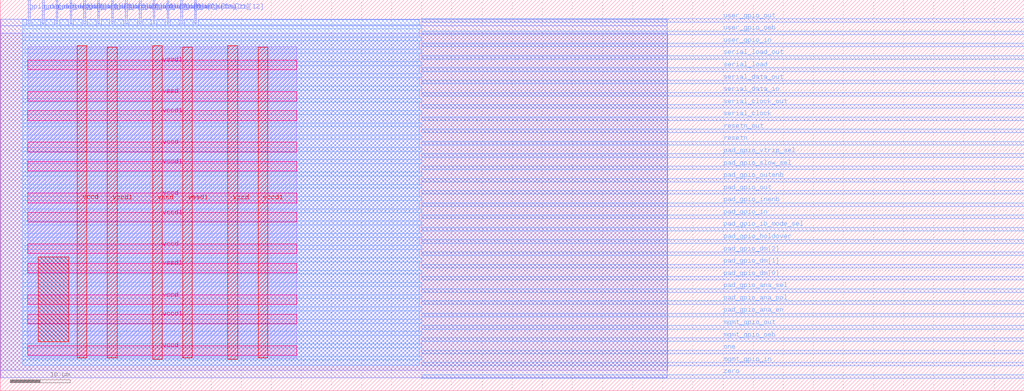
<source format=lef>
VERSION 5.7 ;
  NOWIREEXTENSIONATPIN ON ;
  DIVIDERCHAR "/" ;
  BUSBITCHARS "[]" ;
MACRO gpio_control_block
  CLASS BLOCK ;
  FOREIGN gpio_control_block ;
  ORIGIN 0.000 0.000 ;
  SIZE 170.000 BY 65.000 ;
  PIN gpio_defaults[0]
    DIRECTION INPUT ;
    USE SIGNAL ;
    PORT
      LAYER met2 ;
        RECT 4.690 61.000 4.970 65.000 ;
    END
  END gpio_defaults[0]
  PIN gpio_defaults[10]
    DIRECTION INPUT ;
    USE SIGNAL ;
    PORT
      LAYER met2 ;
        RECT 27.690 61.000 27.970 65.000 ;
    END
  END gpio_defaults[10]
  PIN gpio_defaults[11]
    DIRECTION INPUT ;
    USE SIGNAL ;
    PORT
      LAYER met2 ;
        RECT 29.990 61.000 30.270 65.000 ;
    END
  END gpio_defaults[11]
  PIN gpio_defaults[12]
    DIRECTION INPUT ;
    USE SIGNAL ;
    PORT
      LAYER met2 ;
        RECT 32.290 61.000 32.570 65.000 ;
    END
  END gpio_defaults[12]
  PIN gpio_defaults[1]
    DIRECTION INPUT ;
    USE SIGNAL ;
    PORT
      LAYER met2 ;
        RECT 6.990 61.000 7.270 65.000 ;
    END
  END gpio_defaults[1]
  PIN gpio_defaults[2]
    DIRECTION INPUT ;
    USE SIGNAL ;
    PORT
      LAYER met2 ;
        RECT 9.290 61.000 9.570 65.000 ;
    END
  END gpio_defaults[2]
  PIN gpio_defaults[3]
    DIRECTION INPUT ;
    USE SIGNAL ;
    PORT
      LAYER met2 ;
        RECT 11.590 61.000 11.870 65.000 ;
    END
  END gpio_defaults[3]
  PIN gpio_defaults[4]
    DIRECTION INPUT ;
    USE SIGNAL ;
    PORT
      LAYER met2 ;
        RECT 13.890 61.000 14.170 65.000 ;
    END
  END gpio_defaults[4]
  PIN gpio_defaults[5]
    DIRECTION INPUT ;
    USE SIGNAL ;
    PORT
      LAYER met2 ;
        RECT 16.190 61.000 16.470 65.000 ;
    END
  END gpio_defaults[5]
  PIN gpio_defaults[6]
    DIRECTION INPUT ;
    USE SIGNAL ;
    PORT
      LAYER met2 ;
        RECT 18.490 61.000 18.770 65.000 ;
    END
  END gpio_defaults[6]
  PIN gpio_defaults[7]
    DIRECTION INPUT ;
    USE SIGNAL ;
    PORT
      LAYER met2 ;
        RECT 20.790 61.000 21.070 65.000 ;
    END
  END gpio_defaults[7]
  PIN gpio_defaults[8]
    DIRECTION INPUT ;
    USE SIGNAL ;
    PORT
      LAYER met2 ;
        RECT 23.090 61.000 23.370 65.000 ;
    END
  END gpio_defaults[8]
  PIN gpio_defaults[9]
    DIRECTION INPUT ;
    USE SIGNAL ;
    PORT
      LAYER met2 ;
        RECT 25.390 61.000 25.670 65.000 ;
    END
  END gpio_defaults[9]
  PIN mgmt_gpio_in
    DIRECTION OUTPUT TRISTATE ;
    USE SIGNAL ;
    PORT
      LAYER met3 ;
        RECT 70.000 4.120 170.000 4.720 ;
    END
  END mgmt_gpio_in
  PIN mgmt_gpio_oeb
    DIRECTION INPUT ;
    USE SIGNAL ;
    PORT
      LAYER met3 ;
        RECT 70.000 8.200 170.000 8.800 ;
    END
  END mgmt_gpio_oeb
  PIN mgmt_gpio_out
    DIRECTION INPUT ;
    USE SIGNAL ;
    PORT
      LAYER met3 ;
        RECT 70.000 10.240 170.000 10.840 ;
    END
  END mgmt_gpio_out
  PIN one
    DIRECTION OUTPUT TRISTATE ;
    USE SIGNAL ;
    PORT
      LAYER met3 ;
        RECT 70.000 6.160 170.000 6.760 ;
    END
  END one
  PIN pad_gpio_ana_en
    DIRECTION OUTPUT TRISTATE ;
    USE SIGNAL ;
    PORT
      LAYER met3 ;
        RECT 70.000 12.280 170.000 12.880 ;
    END
  END pad_gpio_ana_en
  PIN pad_gpio_ana_pol
    DIRECTION OUTPUT TRISTATE ;
    USE SIGNAL ;
    PORT
      LAYER met3 ;
        RECT 70.000 14.320 170.000 14.920 ;
    END
  END pad_gpio_ana_pol
  PIN pad_gpio_ana_sel
    DIRECTION OUTPUT TRISTATE ;
    USE SIGNAL ;
    PORT
      LAYER met3 ;
        RECT 70.000 16.360 170.000 16.960 ;
    END
  END pad_gpio_ana_sel
  PIN pad_gpio_dm[0]
    DIRECTION OUTPUT TRISTATE ;
    USE SIGNAL ;
    PORT
      LAYER met3 ;
        RECT 70.000 18.400 170.000 19.000 ;
    END
  END pad_gpio_dm[0]
  PIN pad_gpio_dm[1]
    DIRECTION OUTPUT TRISTATE ;
    USE SIGNAL ;
    PORT
      LAYER met3 ;
        RECT 70.000 20.440 170.000 21.040 ;
    END
  END pad_gpio_dm[1]
  PIN pad_gpio_dm[2]
    DIRECTION OUTPUT TRISTATE ;
    USE SIGNAL ;
    PORT
      LAYER met3 ;
        RECT 70.000 22.480 170.000 23.080 ;
    END
  END pad_gpio_dm[2]
  PIN pad_gpio_holdover
    DIRECTION OUTPUT TRISTATE ;
    USE SIGNAL ;
    PORT
      LAYER met3 ;
        RECT 70.000 24.520 170.000 25.120 ;
    END
  END pad_gpio_holdover
  PIN pad_gpio_ib_mode_sel
    DIRECTION OUTPUT TRISTATE ;
    USE SIGNAL ;
    PORT
      LAYER met3 ;
        RECT 70.000 26.560 170.000 27.160 ;
    END
  END pad_gpio_ib_mode_sel
  PIN pad_gpio_in
    DIRECTION INPUT ;
    USE SIGNAL ;
    PORT
      LAYER met3 ;
        RECT 70.000 28.600 170.000 29.200 ;
    END
  END pad_gpio_in
  PIN pad_gpio_inenb
    DIRECTION OUTPUT TRISTATE ;
    USE SIGNAL ;
    PORT
      LAYER met3 ;
        RECT 70.000 30.640 170.000 31.240 ;
    END
  END pad_gpio_inenb
  PIN pad_gpio_out
    DIRECTION OUTPUT TRISTATE ;
    USE SIGNAL ;
    PORT
      LAYER met3 ;
        RECT 70.000 32.680 170.000 33.280 ;
    END
  END pad_gpio_out
  PIN pad_gpio_outenb
    DIRECTION OUTPUT TRISTATE ;
    USE SIGNAL ;
    PORT
      LAYER met3 ;
        RECT 70.000 34.720 170.000 35.320 ;
    END
  END pad_gpio_outenb
  PIN pad_gpio_slow_sel
    DIRECTION OUTPUT TRISTATE ;
    USE SIGNAL ;
    PORT
      LAYER met3 ;
        RECT 70.000 36.760 170.000 37.360 ;
    END
  END pad_gpio_slow_sel
  PIN pad_gpio_vtrip_sel
    DIRECTION OUTPUT TRISTATE ;
    USE SIGNAL ;
    PORT
      LAYER met3 ;
        RECT 70.000 38.800 170.000 39.400 ;
    END
  END pad_gpio_vtrip_sel
  PIN resetn
    DIRECTION INPUT ;
    USE SIGNAL ;
    PORT
      LAYER met3 ;
        RECT 70.000 40.840 170.000 41.440 ;
    END
  END resetn
  PIN resetn_out
    DIRECTION OUTPUT TRISTATE ;
    USE SIGNAL ;
    PORT
      LAYER met3 ;
        RECT 70.000 42.880 170.000 43.480 ;
    END
  END resetn_out
  PIN serial_clock
    DIRECTION INPUT ;
    USE SIGNAL ;
    PORT
      LAYER met3 ;
        RECT 70.000 44.920 170.000 45.520 ;
    END
  END serial_clock
  PIN serial_clock_out
    DIRECTION OUTPUT TRISTATE ;
    USE SIGNAL ;
    PORT
      LAYER met3 ;
        RECT 70.000 46.960 170.000 47.560 ;
    END
  END serial_clock_out
  PIN serial_data_in
    DIRECTION INPUT ;
    USE SIGNAL ;
    PORT
      LAYER met3 ;
        RECT 70.000 49.000 170.000 49.600 ;
    END
  END serial_data_in
  PIN serial_data_out
    DIRECTION OUTPUT TRISTATE ;
    USE SIGNAL ;
    PORT
      LAYER met3 ;
        RECT 70.000 51.040 170.000 51.640 ;
    END
  END serial_data_out
  PIN serial_load
    DIRECTION INPUT ;
    USE SIGNAL ;
    PORT
      LAYER met3 ;
        RECT 70.000 53.080 170.000 53.680 ;
    END
  END serial_load
  PIN serial_load_out
    DIRECTION OUTPUT TRISTATE ;
    USE SIGNAL ;
    PORT
      LAYER met3 ;
        RECT 70.000 55.120 170.000 55.720 ;
    END
  END serial_load_out
  PIN user_gpio_in
    DIRECTION OUTPUT TRISTATE ;
    USE SIGNAL ;
    PORT
      LAYER met3 ;
        RECT 70.000 57.160 170.000 57.760 ;
    END
  END user_gpio_in
  PIN user_gpio_oeb
    DIRECTION INPUT ;
    USE SIGNAL ;
    PORT
      LAYER met3 ;
        RECT 70.000 59.200 170.000 59.800 ;
    END
  END user_gpio_oeb
  PIN user_gpio_out
    DIRECTION INPUT ;
    USE SIGNAL ;
    PORT
      LAYER met3 ;
        RECT 70.000 61.240 170.000 61.840 ;
    END
  END user_gpio_out
  PIN vccd
    DIRECTION INPUT ;
    USE POWER ;
    PORT
      LAYER met5 ;
        RECT 4.600 5.900 49.220 7.500 ;
    END
    PORT
      LAYER met5 ;
        RECT 4.600 22.800 49.220 24.400 ;
    END
    PORT
      LAYER met5 ;
        RECT 4.600 39.700 49.220 41.300 ;
    END
    PORT
      LAYER met4 ;
        RECT 12.800 5.440 14.400 57.360 ;
    END
    PORT
      LAYER met4 ;
        RECT 37.800 5.200 39.400 57.360 ;
    END
  END vccd
  PIN vccd1
    DIRECTION INPUT ;
    USE POWER ;
    PORT
      LAYER met5 ;
        RECT 4.600 11.140 49.220 12.740 ;
    END
    PORT
      LAYER met5 ;
        RECT 4.600 28.040 49.220 29.640 ;
    END
    PORT
      LAYER met5 ;
        RECT 4.600 44.940 49.220 46.540 ;
    END
    PORT
      LAYER met4 ;
        RECT 17.800 5.440 19.400 57.120 ;
    END
    PORT
      LAYER met4 ;
        RECT 42.800 5.440 44.400 57.120 ;
    END
  END vccd1
  PIN vssd
    DIRECTION INPUT ;
    USE GROUND ;
    PORT
      LAYER met5 ;
        RECT 4.600 14.350 49.220 15.950 ;
    END
    PORT
      LAYER met5 ;
        RECT 4.600 31.250 49.220 32.850 ;
    END
    PORT
      LAYER met5 ;
        RECT 4.600 48.150 49.220 49.750 ;
    END
    PORT
      LAYER met4 ;
        RECT 25.300 5.200 26.900 57.360 ;
    END
  END vssd
  PIN vssd1
    DIRECTION INPUT ;
    USE GROUND ;
    PORT
      LAYER met5 ;
        RECT 4.600 19.590 49.220 21.190 ;
    END
    PORT
      LAYER met5 ;
        RECT 4.600 36.490 49.220 38.090 ;
    END
    PORT
      LAYER met5 ;
        RECT 4.600 53.390 49.220 54.990 ;
    END
    PORT
      LAYER met4 ;
        RECT 30.300 5.440 31.900 57.120 ;
    END
  END vssd1
  PIN zero
    DIRECTION OUTPUT TRISTATE ;
    USE SIGNAL ;
    PORT
      LAYER met3 ;
        RECT 70.000 2.080 170.000 2.680 ;
    END
  END zero
  OBS
      LAYER li1 ;
        RECT 4.600 5.355 49.220 57.205 ;
      LAYER met1 ;
        RECT 0.070 3.440 110.790 59.460 ;
      LAYER met2 ;
        RECT 0.100 60.720 4.410 61.725 ;
        RECT 5.250 60.720 6.710 61.725 ;
        RECT 7.550 60.720 9.010 61.725 ;
        RECT 9.850 60.720 11.310 61.725 ;
        RECT 12.150 60.720 13.610 61.725 ;
        RECT 14.450 60.720 15.910 61.725 ;
        RECT 16.750 60.720 18.210 61.725 ;
        RECT 19.050 60.720 20.510 61.725 ;
        RECT 21.350 60.720 22.810 61.725 ;
        RECT 23.650 60.720 25.110 61.725 ;
        RECT 25.950 60.720 27.410 61.725 ;
        RECT 28.250 60.720 29.710 61.725 ;
        RECT 30.550 60.720 32.010 61.725 ;
        RECT 32.850 60.720 110.770 61.725 ;
        RECT 0.100 2.195 110.770 60.720 ;
      LAYER met3 ;
        RECT 3.745 60.840 69.600 61.705 ;
        RECT 3.745 60.200 70.000 60.840 ;
        RECT 3.745 58.800 69.600 60.200 ;
        RECT 3.745 58.160 70.000 58.800 ;
        RECT 3.745 56.760 69.600 58.160 ;
        RECT 3.745 56.120 70.000 56.760 ;
        RECT 3.745 54.720 69.600 56.120 ;
        RECT 3.745 54.080 70.000 54.720 ;
        RECT 3.745 52.680 69.600 54.080 ;
        RECT 3.745 52.040 70.000 52.680 ;
        RECT 3.745 50.640 69.600 52.040 ;
        RECT 3.745 50.000 70.000 50.640 ;
        RECT 3.745 48.600 69.600 50.000 ;
        RECT 3.745 47.960 70.000 48.600 ;
        RECT 3.745 46.560 69.600 47.960 ;
        RECT 3.745 45.920 70.000 46.560 ;
        RECT 3.745 44.520 69.600 45.920 ;
        RECT 3.745 43.880 70.000 44.520 ;
        RECT 3.745 42.480 69.600 43.880 ;
        RECT 3.745 41.840 70.000 42.480 ;
        RECT 3.745 40.440 69.600 41.840 ;
        RECT 3.745 39.800 70.000 40.440 ;
        RECT 3.745 38.400 69.600 39.800 ;
        RECT 3.745 37.760 70.000 38.400 ;
        RECT 3.745 36.360 69.600 37.760 ;
        RECT 3.745 35.720 70.000 36.360 ;
        RECT 3.745 34.320 69.600 35.720 ;
        RECT 3.745 33.680 70.000 34.320 ;
        RECT 3.745 32.280 69.600 33.680 ;
        RECT 3.745 31.640 70.000 32.280 ;
        RECT 3.745 30.240 69.600 31.640 ;
        RECT 3.745 29.600 70.000 30.240 ;
        RECT 3.745 28.200 69.600 29.600 ;
        RECT 3.745 27.560 70.000 28.200 ;
        RECT 3.745 26.160 69.600 27.560 ;
        RECT 3.745 25.520 70.000 26.160 ;
        RECT 3.745 24.120 69.600 25.520 ;
        RECT 3.745 23.480 70.000 24.120 ;
        RECT 3.745 22.080 69.600 23.480 ;
        RECT 3.745 21.440 70.000 22.080 ;
        RECT 3.745 20.040 69.600 21.440 ;
        RECT 3.745 19.400 70.000 20.040 ;
        RECT 3.745 18.000 69.600 19.400 ;
        RECT 3.745 17.360 70.000 18.000 ;
        RECT 3.745 15.960 69.600 17.360 ;
        RECT 3.745 15.320 70.000 15.960 ;
        RECT 3.745 13.920 69.600 15.320 ;
        RECT 3.745 13.280 70.000 13.920 ;
        RECT 3.745 11.880 69.600 13.280 ;
        RECT 3.745 11.240 70.000 11.880 ;
        RECT 3.745 9.840 69.600 11.240 ;
        RECT 3.745 9.200 70.000 9.840 ;
        RECT 3.745 7.800 69.600 9.200 ;
        RECT 3.745 7.160 70.000 7.800 ;
        RECT 3.745 5.760 69.600 7.160 ;
        RECT 3.745 5.120 70.000 5.760 ;
        RECT 3.745 4.255 69.600 5.120 ;
      LAYER met4 ;
        RECT 6.280 8.160 11.380 22.240 ;
  END
END gpio_control_block
END LIBRARY


</source>
